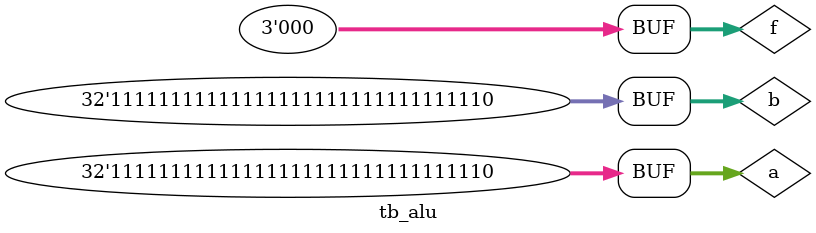
<source format=v>
`timescale 1ns / 1ps
module tb_alu(); 
    
    parameter PERIOD = 10;

    reg [2:0]  f = 0 ;
    reg [31:0] a = -1;
    reg [31:0] b = 5;


    wire [31:0] y;     //运算结果
    wire [2:0] t;     //比较标志


    initial
    begin
        repeat(8) #(PERIOD)  f=f+1;
    end

    initial
    begin
        #80  a=-2;b=1;
        #10  a=1;b=-2;
        #10  a=1;b=2;
        #10  a=2;b=1;
        #10  a=1;b=1;
        #10  a=-2;b=-2;
    end


    
    alu alu_u0 (
        .a(a), 
        .b(b), 
        .f(f),     
        .y(y),
        .t(t) //比较标志
    );

endmodule
</source>
